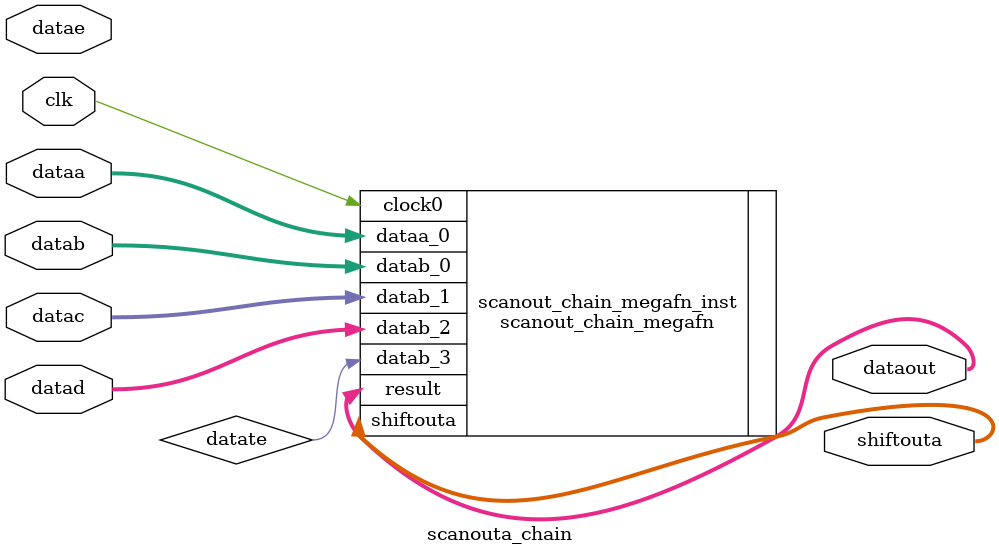
<source format=v>
module scanouta_chain
#(parameter INPUT_WIDTH=18, parameter OUTPUT_WIDTH=44)
(
	input clk,
	input [INPUT_WIDTH-1:0] dataa, datab, datac, datad, datae,
	output [OUTPUT_WIDTH-1:0] dataout,
	output [INPUT_WIDTH-1:0] shiftouta
);

	scanout_chain_megafn    scanout_chain_megafn_inst (
        .clock0 ( clk ),
        .dataa_0 ( dataa ),
        .datab_0 ( datab ),
        .datab_1 ( datac ),
        .datab_2 ( datad ),
        .datab_3 ( datate ),
        .result ( dataout ),
        .shiftouta ( shiftouta )
	);


endmodule

</source>
